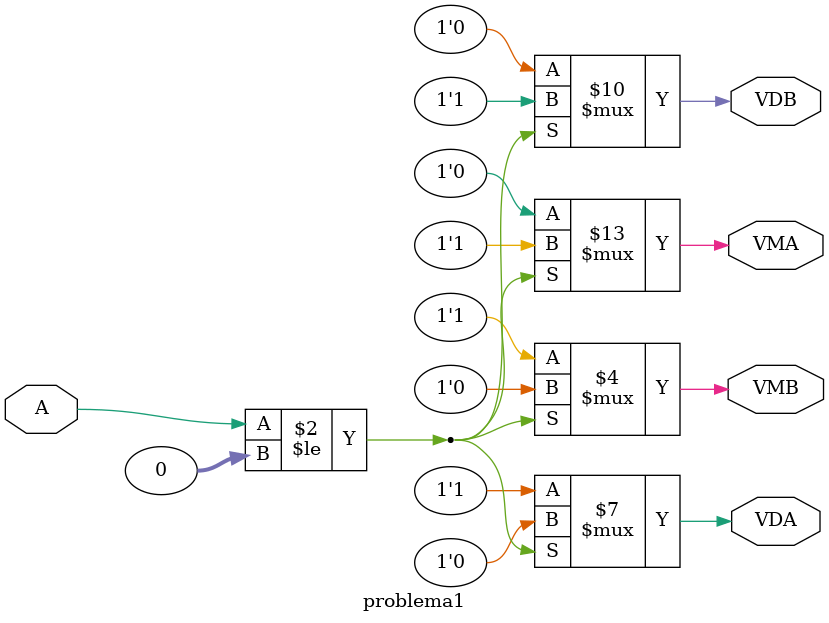
<source format=sv>
module problema1 (
    
    input logic A,
    output logic VDA, VMA, VDB, VMB);

    always_comb begin
        if (A <= 0) begin
            VMA <= 1;
            VDB <= 1;
            VDA <= 0;
            VMB <= 0;
        end
        else begin
            VDA <= 1;
            VMB <= 1;
            VMA <= 0;
            VDB <= 0;
        end
    end
    
endmodule
</source>
